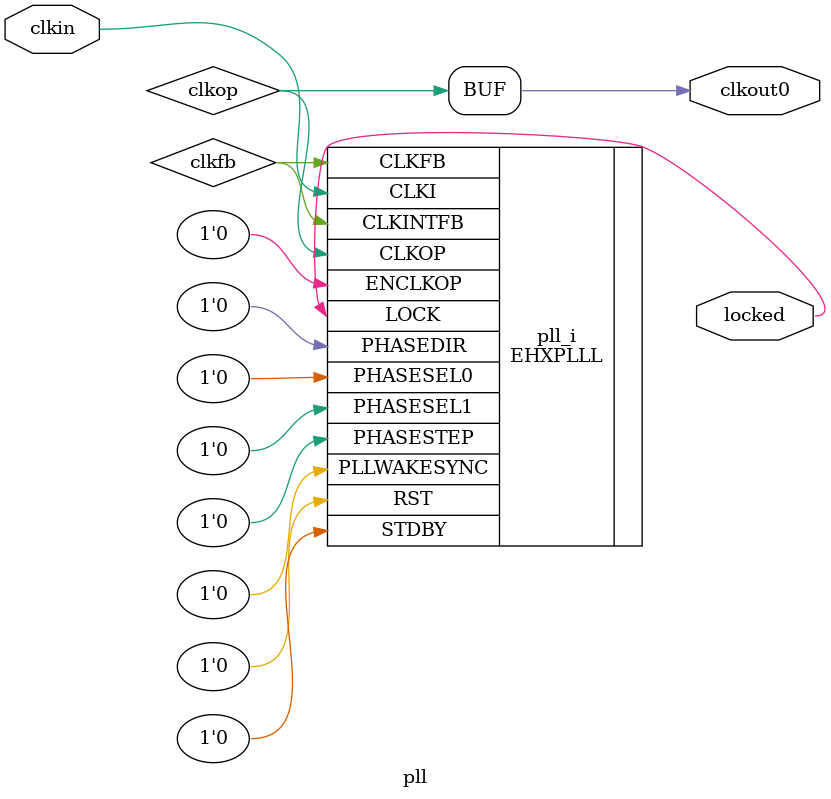
<source format=v>
module pll
(
    input clkin, // 100 MHz, 0 deg
    output clkout0, // 48 MHz, 0 deg
    output locked
);
wire clkfb;
wire clkos;
wire clkop;
(* ICP_CURRENT="12" *) (* LPF_RESISTOR="8" *) (* MFG_ENABLE_FILTEROPAMP="1" *) (* MFG_GMCREF_SEL="2" *)
EHXPLLL #(
        .PLLRST_ENA("DISABLED"),
        .INTFB_WAKE("DISABLED"),
        .STDBY_ENABLE("DISABLED"),
        .DPHASE_SOURCE("DISABLED"),
        .CLKOP_FPHASE(0),
        .CLKOP_CPHASE(5),
        .OUTDIVIDER_MUXA("DIVA"),
        .CLKOP_ENABLE("ENABLED"),
        .CLKOP_DIV(12),
        .CLKFB_DIV(12),
        .CLKI_DIV(25),
        .FEEDBK_PATH("INT_OP")
    ) pll_i (
        .CLKI(clkin),
        .CLKFB(clkfb),
        .CLKINTFB(clkfb),
        .CLKOP(clkop),
        .RST(1'b0),
        .STDBY(1'b0),
        .PHASESEL0(1'b0),
        .PHASESEL1(1'b0),
        .PHASEDIR(1'b0),
        .PHASESTEP(1'b0),
        .PLLWAKESYNC(1'b0),
        .ENCLKOP(1'b0),
        .LOCK(locked)
	);
assign clkout0 = clkop;
endmodule

</source>
